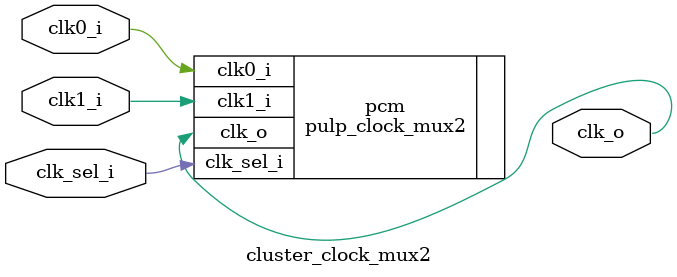
<source format=sv>


module cluster_clock_mux2
(
    input  logic clk0_i,
    input  logic clk1_i,
    input  logic clk_sel_i,
    output logic clk_o
  );

  pulp_clock_mux2 pcm (
    .clk0_i(clk0_i),
    .clk1_i(clk1_i),
    .clk_sel_i(clk_sel_i),
    .clk_o(clk_o)
  );

endmodule

</source>
